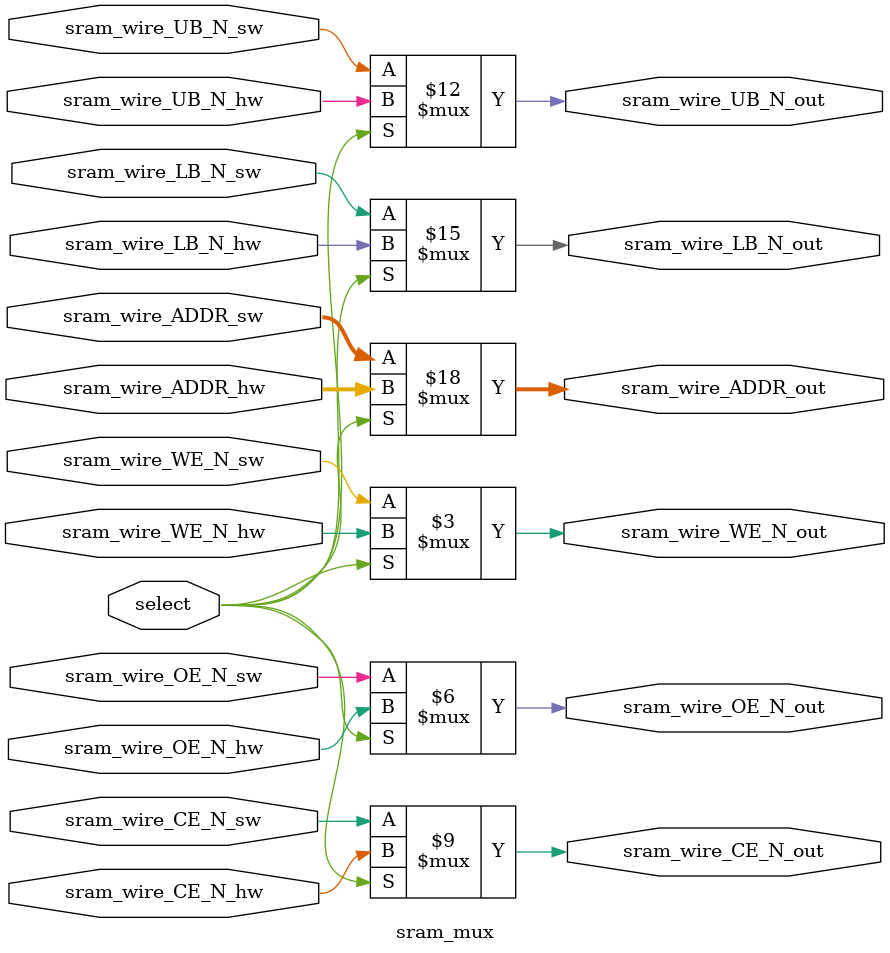
<source format=sv>
module sram_mux(
    input logic select,

    // inout  wire [15:0]   sram_wire_DQ_hw,              //     sram_wire.DQ
    input wire [19:0]   sram_wire_ADDR_hw,            //              .ADDR
    input wire          sram_wire_LB_N_hw,            //              .LB_N
    input wire          sram_wire_UB_N_hw,            //              .UB_N
    input wire          sram_wire_CE_N_hw,            //              .CE_N
    input wire          sram_wire_OE_N_hw,            //              .OE_N
    input wire          sram_wire_WE_N_hw,            //              .WE_N
    
    // inout  wire [15:0]   sram_wire_DQ_sw,              //     sram_wire.DQ
    input wire [19:0]   sram_wire_ADDR_sw,            //              .ADDR
    input wire          sram_wire_LB_N_sw,            //              .LB_N
    input wire          sram_wire_UB_N_sw,            //              .UB_N
    input wire          sram_wire_CE_N_sw,            //              .CE_N
    input wire          sram_wire_OE_N_sw,            //              .OE_N
    input wire          sram_wire_WE_N_sw,            //              .WE_N



    // inout  wire [15:0]   sram_wire_DQ_out,              //     sram_wire.DQ
    output wire [19:0]   sram_wire_ADDR_out,            //              .ADDR
    output wire          sram_wire_LB_N_out,            //              .LB_N
    output wire          sram_wire_UB_N_out,            //              .UB_N
    output wire          sram_wire_CE_N_out,            //              .CE_N
    output wire          sram_wire_OE_N_out,            //              .OE_N
    output wire          sram_wire_WE_N_out            //              .WE_N
);

always_comb begin
    if (select) begin
        // sram_wire_DQ_out = sram_wire_DQ_hw; 
        sram_wire_ADDR_out = sram_wire_ADDR_hw;
        sram_wire_LB_N_out = sram_wire_LB_N_hw;
        sram_wire_UB_N_out = sram_wire_UB_N_hw;
        sram_wire_CE_N_out = sram_wire_CE_N_hw;
        sram_wire_OE_N_out = sram_wire_OE_N_hw;
        sram_wire_WE_N_out = sram_wire_WE_N_hw;
    end else begin
        // sram_wire_DQ_out = sram_wire_DQ_sw; 
        sram_wire_ADDR_out = sram_wire_ADDR_sw;
        sram_wire_LB_N_out = sram_wire_LB_N_sw;
        sram_wire_UB_N_out = sram_wire_UB_N_sw;
        sram_wire_CE_N_out = sram_wire_CE_N_sw;
        sram_wire_OE_N_out = sram_wire_OE_N_sw;
        sram_wire_WE_N_out = sram_wire_WE_N_sw;
    end
end

endmodule
</source>
